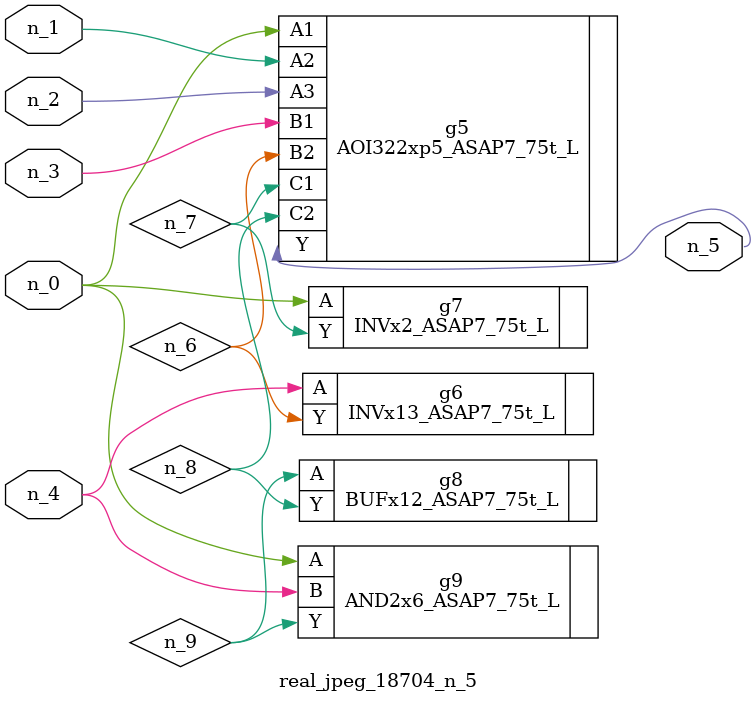
<source format=v>
module real_jpeg_18704_n_5 (n_4, n_0, n_1, n_2, n_3, n_5);

input n_4;
input n_0;
input n_1;
input n_2;
input n_3;

output n_5;

wire n_8;
wire n_6;
wire n_7;
wire n_9;

AOI322xp5_ASAP7_75t_L g5 ( 
.A1(n_0),
.A2(n_1),
.A3(n_2),
.B1(n_3),
.B2(n_6),
.C1(n_7),
.C2(n_8),
.Y(n_5)
);

INVx2_ASAP7_75t_L g7 ( 
.A(n_0),
.Y(n_7)
);

AND2x6_ASAP7_75t_L g9 ( 
.A(n_0),
.B(n_4),
.Y(n_9)
);

INVx13_ASAP7_75t_L g6 ( 
.A(n_4),
.Y(n_6)
);

BUFx12_ASAP7_75t_L g8 ( 
.A(n_9),
.Y(n_8)
);


endmodule
</source>
